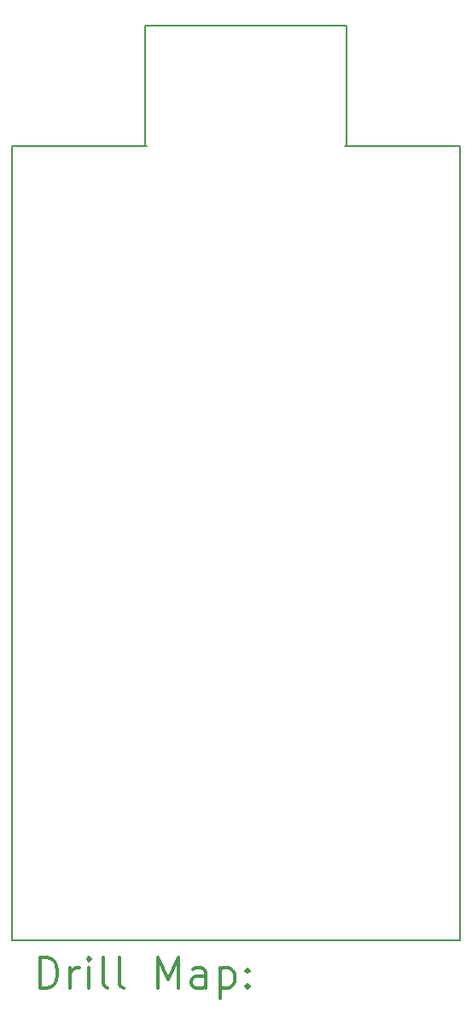
<source format=gbr>
%FSLAX45Y45*%
G04 Gerber Fmt 4.5, Leading zero omitted, Abs format (unit mm)*
G04 Created by KiCad (PCBNEW 5.0.2+dfsg1-1) date Tue 28 Dec 2021 09:50:03 AM CET*
%MOMM*%
%LPD*%
G01*
G04 APERTURE LIST*
%ADD10C,0.150000*%
%ADD11C,0.200000*%
%ADD12C,0.300000*%
G04 APERTURE END LIST*
D10*
X12051000Y-6354000D02*
X12051000Y-5154000D01*
X10731500Y-6350000D02*
X12065000Y-6350000D01*
X10731500Y-14224000D02*
X10731500Y-6350000D01*
X15176500Y-14224000D02*
X10731500Y-14224000D01*
X15176500Y-6350000D02*
X15176500Y-14224000D01*
X14033500Y-6350000D02*
X15176500Y-6350000D01*
X14051000Y-5154000D02*
X14051000Y-6354000D01*
X12051000Y-5154000D02*
X14051000Y-5154000D01*
D11*
D12*
X11010428Y-14697214D02*
X11010428Y-14397214D01*
X11081857Y-14397214D01*
X11124714Y-14411500D01*
X11153286Y-14440071D01*
X11167571Y-14468643D01*
X11181857Y-14525786D01*
X11181857Y-14568643D01*
X11167571Y-14625786D01*
X11153286Y-14654357D01*
X11124714Y-14682929D01*
X11081857Y-14697214D01*
X11010428Y-14697214D01*
X11310428Y-14697214D02*
X11310428Y-14497214D01*
X11310428Y-14554357D02*
X11324714Y-14525786D01*
X11339000Y-14511500D01*
X11367571Y-14497214D01*
X11396143Y-14497214D01*
X11496143Y-14697214D02*
X11496143Y-14497214D01*
X11496143Y-14397214D02*
X11481857Y-14411500D01*
X11496143Y-14425786D01*
X11510428Y-14411500D01*
X11496143Y-14397214D01*
X11496143Y-14425786D01*
X11681857Y-14697214D02*
X11653286Y-14682929D01*
X11639000Y-14654357D01*
X11639000Y-14397214D01*
X11839000Y-14697214D02*
X11810428Y-14682929D01*
X11796143Y-14654357D01*
X11796143Y-14397214D01*
X12181857Y-14697214D02*
X12181857Y-14397214D01*
X12281857Y-14611500D01*
X12381857Y-14397214D01*
X12381857Y-14697214D01*
X12653286Y-14697214D02*
X12653286Y-14540071D01*
X12639000Y-14511500D01*
X12610428Y-14497214D01*
X12553286Y-14497214D01*
X12524714Y-14511500D01*
X12653286Y-14682929D02*
X12624714Y-14697214D01*
X12553286Y-14697214D01*
X12524714Y-14682929D01*
X12510428Y-14654357D01*
X12510428Y-14625786D01*
X12524714Y-14597214D01*
X12553286Y-14582929D01*
X12624714Y-14582929D01*
X12653286Y-14568643D01*
X12796143Y-14497214D02*
X12796143Y-14797214D01*
X12796143Y-14511500D02*
X12824714Y-14497214D01*
X12881857Y-14497214D01*
X12910428Y-14511500D01*
X12924714Y-14525786D01*
X12939000Y-14554357D01*
X12939000Y-14640071D01*
X12924714Y-14668643D01*
X12910428Y-14682929D01*
X12881857Y-14697214D01*
X12824714Y-14697214D01*
X12796143Y-14682929D01*
X13067571Y-14668643D02*
X13081857Y-14682929D01*
X13067571Y-14697214D01*
X13053286Y-14682929D01*
X13067571Y-14668643D01*
X13067571Y-14697214D01*
X13067571Y-14511500D02*
X13081857Y-14525786D01*
X13067571Y-14540071D01*
X13053286Y-14525786D01*
X13067571Y-14511500D01*
X13067571Y-14540071D01*
M02*

</source>
